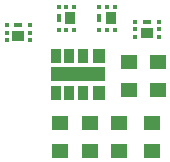
<source format=gtp>
%FSTAX23Y23*%
%MOIN*%
%SFA1B1*%

%IPPOS*%
%ADD13R,0.039370X0.037400*%
%ADD14R,0.029530X0.011810*%
%ADD15R,0.017720X0.011810*%
%ADD16R,0.037400X0.039370*%
%ADD17R,0.011810X0.029530*%
%ADD18R,0.011810X0.017720*%
%ADD19R,0.032280X0.049210*%
%ADD20R,0.044490X0.049210*%
%ADD21R,0.182680X0.049210*%
%ADD22R,0.055120X0.045280*%
%LNpcb1-1*%
%LPD*%
G54D13*
X029Y02826D03*
X03328Y02837D03*
G54D14*
X029Y02865D03*
X03328Y02875D03*
G54D15*
X02861Y02813D03*
Y02839D03*
Y02865D03*
X02938D03*
Y02839D03*
Y02813D03*
X0329Y02824D03*
Y0285D03*
Y02875D03*
X03367D03*
Y0285D03*
Y02824D03*
G54D16*
X03073Y02886D03*
X03208D03*
G54D17*
X03035Y02886D03*
X0317D03*
G54D18*
X03086Y02848D03*
X0306D03*
X03035D03*
Y02925D03*
X0306D03*
X03086D03*
X03221Y02848D03*
X03195D03*
X0317D03*
Y02925D03*
X03195D03*
X03221D03*
G54D19*
X03024Y02637D03*
Y02762D03*
X0307Y02637D03*
Y02762D03*
X03116Y02637D03*
Y02762D03*
G54D20*
X03169Y02637D03*
Y02762D03*
G54D21*
X031Y027D03*
G54D22*
X0327Y02741D03*
Y02648D03*
X03365Y02741D03*
Y02648D03*
X0304Y02536D03*
Y02443D03*
X0314Y02536D03*
Y02443D03*
X03235Y02536D03*
Y02443D03*
X03345Y02536D03*
Y02443D03*
M02*
</source>
